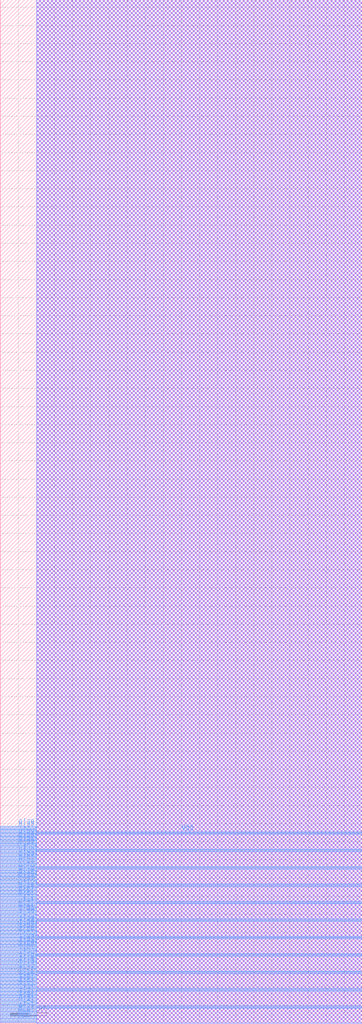
<source format=lef>
VERSION 5.6 ;
BUSBITCHARS "[]" ;
DIVIDERCHAR "/" ;

MACRO SRAM1RW128x40
  CLASS BLOCK ;
  ORIGIN 0 0 ;
  FOREIGN SRAM1RW128x40 0 0 ;
  SIZE 39.968 BY 112.832 ;
  SYMMETRY X Y ;
  SITE asap7sc7p5t ;
  PIN VDD
    DIRECTION INOUT ;
    USE POWER ;
    PORT 
      LAYER M4 ;
        RECT 0.0 1.632 39.968 1.728 ;
        RECT 0.0 3.552 39.968 3.648 ;
        RECT 0.0 5.472 39.968 5.568 ;
        RECT 0.0 7.392 39.968 7.488 ;
        RECT 0.0 9.312 39.968 9.408 ;
        RECT 0.0 11.232 39.968 11.328 ;
        RECT 0.0 13.152 39.968 13.248 ;
        RECT 0.0 15.072 39.968 15.168 ;
        RECT 0.0 16.992 39.968 17.088 ;
        RECT 0.0 18.912 39.968 19.008 ;
        RECT 0.0 20.832 39.968 20.928 ;
    END 
  END VDD
  PIN VSS
    DIRECTION INOUT ;
    USE GROUND ;
    PORT 
      LAYER M4 ;
        RECT 0.0 1.824 39.968 1.92 ;
        RECT 0.0 3.744 39.968 3.84 ;
        RECT 0.0 5.664 39.968 5.76 ;
        RECT 0.0 7.584 39.968 7.68 ;
        RECT 0.0 9.504 39.968 9.6 ;
        RECT 0.0 11.424 39.968 11.52 ;
        RECT 0.0 13.344 39.968 13.44 ;
        RECT 0.0 15.264 39.968 15.36 ;
        RECT 0.0 17.184 39.968 17.28 ;
        RECT 0.0 19.104 39.968 19.2 ;
        RECT 0.0 21.024 39.968 21.12 ;
    END 
  END VSS
  PIN CE
    DIRECTION INPUT ;
    USE SIGNAL ;
    PORT 
      LAYER M4 ;
        RECT 0.0 0.096 4.0 0.192 ;
    END 
  END CE
  PIN WEB
    DIRECTION INPUT ;
    USE SIGNAL ;
    PORT 
      LAYER M4 ;
        RECT 0.0 0.288 4.0 0.384 ;
    END 
  END WEB
  PIN OEB
    DIRECTION INPUT ;
    USE SIGNAL ;
    PORT 
      LAYER M4 ;
        RECT 0.0 0.48 4.0 0.576 ;
    END 
  END OEB
  PIN CSB
    DIRECTION INPUT ;
    USE SIGNAL ;
    PORT 
      LAYER M4 ;
        RECT 0.0 0.672 4.0 0.768 ;
    END 
  END CSB
  PIN A[0]
    DIRECTION INPUT ;
    USE SIGNAL ;
    PORT 
      LAYER M4 ;
        RECT 0.0 0.864 4.0 0.96 ;
    END 
  END A[0]
  PIN A[1]
    DIRECTION INPUT ;
    USE SIGNAL ;
    PORT 
      LAYER M4 ;
        RECT 0.0 1.056 4.0 1.152 ;
    END 
  END A[1]
  PIN A[2]
    DIRECTION INPUT ;
    USE SIGNAL ;
    PORT 
      LAYER M4 ;
        RECT 0.0 1.248 4.0 1.344 ;
    END 
  END A[2]
  PIN A[3]
    DIRECTION INPUT ;
    USE SIGNAL ;
    PORT 
      LAYER M4 ;
        RECT 0.0 1.44 4.0 1.536 ;
    END 
  END A[3]
  PIN A[4]
    DIRECTION INPUT ;
    USE SIGNAL ;
    PORT 
      LAYER M4 ;
        RECT 0.0 2.016 4.0 2.112 ;
    END 
  END A[4]
  PIN A[5]
    DIRECTION INPUT ;
    USE SIGNAL ;
    PORT 
      LAYER M4 ;
        RECT 0.0 2.208 4.0 2.304 ;
    END 
  END A[5]
  PIN A[6]
    DIRECTION INPUT ;
    USE SIGNAL ;
    PORT 
      LAYER M4 ;
        RECT 0.0 2.4 4.0 2.496 ;
    END 
  END A[6]
  PIN I[0]
    DIRECTION INPUT ;
    USE SIGNAL ;
    PORT 
      LAYER M4 ;
        RECT 0.0 2.592 4.0 2.688 ;
    END 
  END I[0]
  PIN I[1]
    DIRECTION INPUT ;
    USE SIGNAL ;
    PORT 
      LAYER M4 ;
        RECT 0.0 2.784 4.0 2.88 ;
    END 
  END I[1]
  PIN I[2]
    DIRECTION INPUT ;
    USE SIGNAL ;
    PORT 
      LAYER M4 ;
        RECT 0.0 2.976 4.0 3.072 ;
    END 
  END I[2]
  PIN I[3]
    DIRECTION INPUT ;
    USE SIGNAL ;
    PORT 
      LAYER M4 ;
        RECT 0.0 3.168 4.0 3.264 ;
    END 
  END I[3]
  PIN I[4]
    DIRECTION INPUT ;
    USE SIGNAL ;
    PORT 
      LAYER M4 ;
        RECT 0.0 3.36 4.0 3.456 ;
    END 
  END I[4]
  PIN I[5]
    DIRECTION INPUT ;
    USE SIGNAL ;
    PORT 
      LAYER M4 ;
        RECT 0.0 3.936 4.0 4.032 ;
    END 
  END I[5]
  PIN I[6]
    DIRECTION INPUT ;
    USE SIGNAL ;
    PORT 
      LAYER M4 ;
        RECT 0.0 4.128 4.0 4.224 ;
    END 
  END I[6]
  PIN I[7]
    DIRECTION INPUT ;
    USE SIGNAL ;
    PORT 
      LAYER M4 ;
        RECT 0.0 4.32 4.0 4.416 ;
    END 
  END I[7]
  PIN I[8]
    DIRECTION INPUT ;
    USE SIGNAL ;
    PORT 
      LAYER M4 ;
        RECT 0.0 4.512 4.0 4.608 ;
    END 
  END I[8]
  PIN I[9]
    DIRECTION INPUT ;
    USE SIGNAL ;
    PORT 
      LAYER M4 ;
        RECT 0.0 4.704 4.0 4.8 ;
    END 
  END I[9]
  PIN I[10]
    DIRECTION INPUT ;
    USE SIGNAL ;
    PORT 
      LAYER M4 ;
        RECT 0.0 4.896 4.0 4.992 ;
    END 
  END I[10]
  PIN I[11]
    DIRECTION INPUT ;
    USE SIGNAL ;
    PORT 
      LAYER M4 ;
        RECT 0.0 5.088 4.0 5.184 ;
    END 
  END I[11]
  PIN I[12]
    DIRECTION INPUT ;
    USE SIGNAL ;
    PORT 
      LAYER M4 ;
        RECT 0.0 5.28 4.0 5.376 ;
    END 
  END I[12]
  PIN I[13]
    DIRECTION INPUT ;
    USE SIGNAL ;
    PORT 
      LAYER M4 ;
        RECT 0.0 5.856 4.0 5.952 ;
    END 
  END I[13]
  PIN I[14]
    DIRECTION INPUT ;
    USE SIGNAL ;
    PORT 
      LAYER M4 ;
        RECT 0.0 6.048 4.0 6.144 ;
    END 
  END I[14]
  PIN I[15]
    DIRECTION INPUT ;
    USE SIGNAL ;
    PORT 
      LAYER M4 ;
        RECT 0.0 6.24 4.0 6.336 ;
    END 
  END I[15]
  PIN I[16]
    DIRECTION INPUT ;
    USE SIGNAL ;
    PORT 
      LAYER M4 ;
        RECT 0.0 6.432 4.0 6.528 ;
    END 
  END I[16]
  PIN I[17]
    DIRECTION INPUT ;
    USE SIGNAL ;
    PORT 
      LAYER M4 ;
        RECT 0.0 6.624 4.0 6.72 ;
    END 
  END I[17]
  PIN I[18]
    DIRECTION INPUT ;
    USE SIGNAL ;
    PORT 
      LAYER M4 ;
        RECT 0.0 6.816 4.0 6.912 ;
    END 
  END I[18]
  PIN I[19]
    DIRECTION INPUT ;
    USE SIGNAL ;
    PORT 
      LAYER M4 ;
        RECT 0.0 7.008 4.0 7.104 ;
    END 
  END I[19]
  PIN I[20]
    DIRECTION INPUT ;
    USE SIGNAL ;
    PORT 
      LAYER M4 ;
        RECT 0.0 7.2 4.0 7.296 ;
    END 
  END I[20]
  PIN I[21]
    DIRECTION INPUT ;
    USE SIGNAL ;
    PORT 
      LAYER M4 ;
        RECT 0.0 7.776 4.0 7.872 ;
    END 
  END I[21]
  PIN I[22]
    DIRECTION INPUT ;
    USE SIGNAL ;
    PORT 
      LAYER M4 ;
        RECT 0.0 7.968 4.0 8.064 ;
    END 
  END I[22]
  PIN I[23]
    DIRECTION INPUT ;
    USE SIGNAL ;
    PORT 
      LAYER M4 ;
        RECT 0.0 8.16 4.0 8.256 ;
    END 
  END I[23]
  PIN I[24]
    DIRECTION INPUT ;
    USE SIGNAL ;
    PORT 
      LAYER M4 ;
        RECT 0.0 8.352 4.0 8.448 ;
    END 
  END I[24]
  PIN I[25]
    DIRECTION INPUT ;
    USE SIGNAL ;
    PORT 
      LAYER M4 ;
        RECT 0.0 8.544 4.0 8.64 ;
    END 
  END I[25]
  PIN I[26]
    DIRECTION INPUT ;
    USE SIGNAL ;
    PORT 
      LAYER M4 ;
        RECT 0.0 8.736 4.0 8.832 ;
    END 
  END I[26]
  PIN I[27]
    DIRECTION INPUT ;
    USE SIGNAL ;
    PORT 
      LAYER M4 ;
        RECT 0.0 8.928 4.0 9.024 ;
    END 
  END I[27]
  PIN I[28]
    DIRECTION INPUT ;
    USE SIGNAL ;
    PORT 
      LAYER M4 ;
        RECT 0.0 9.12 4.0 9.216 ;
    END 
  END I[28]
  PIN I[29]
    DIRECTION INPUT ;
    USE SIGNAL ;
    PORT 
      LAYER M4 ;
        RECT 0.0 9.696 4.0 9.792 ;
    END 
  END I[29]
  PIN I[30]
    DIRECTION INPUT ;
    USE SIGNAL ;
    PORT 
      LAYER M4 ;
        RECT 0.0 9.888 4.0 9.984 ;
    END 
  END I[30]
  PIN I[31]
    DIRECTION INPUT ;
    USE SIGNAL ;
    PORT 
      LAYER M4 ;
        RECT 0.0 10.08 4.0 10.176 ;
    END 
  END I[31]
  PIN I[32]
    DIRECTION INPUT ;
    USE SIGNAL ;
    PORT 
      LAYER M4 ;
        RECT 0.0 10.272 4.0 10.368 ;
    END 
  END I[32]
  PIN I[33]
    DIRECTION INPUT ;
    USE SIGNAL ;
    PORT 
      LAYER M4 ;
        RECT 0.0 10.464 4.0 10.56 ;
    END 
  END I[33]
  PIN I[34]
    DIRECTION INPUT ;
    USE SIGNAL ;
    PORT 
      LAYER M4 ;
        RECT 0.0 10.656 4.0 10.752 ;
    END 
  END I[34]
  PIN I[35]
    DIRECTION INPUT ;
    USE SIGNAL ;
    PORT 
      LAYER M4 ;
        RECT 0.0 10.848 4.0 10.944 ;
    END 
  END I[35]
  PIN I[36]
    DIRECTION INPUT ;
    USE SIGNAL ;
    PORT 
      LAYER M4 ;
        RECT 0.0 11.04 4.0 11.136 ;
    END 
  END I[36]
  PIN I[37]
    DIRECTION INPUT ;
    USE SIGNAL ;
    PORT 
      LAYER M4 ;
        RECT 0.0 11.616 4.0 11.712 ;
    END 
  END I[37]
  PIN I[38]
    DIRECTION INPUT ;
    USE SIGNAL ;
    PORT 
      LAYER M4 ;
        RECT 0.0 11.808 4.0 11.904 ;
    END 
  END I[38]
  PIN I[39]
    DIRECTION INPUT ;
    USE SIGNAL ;
    PORT 
      LAYER M4 ;
        RECT 0.0 12.0 4.0 12.096 ;
    END 
  END I[39]
  PIN O[0]
    DIRECTION OUTPUT ;
    USE SIGNAL ;
    PORT 
      LAYER M4 ;
        RECT 0.0 12.192 4.0 12.288 ;
    END 
  END O[0]
  PIN O[1]
    DIRECTION OUTPUT ;
    USE SIGNAL ;
    PORT 
      LAYER M4 ;
        RECT 0.0 12.384 4.0 12.48 ;
    END 
  END O[1]
  PIN O[2]
    DIRECTION OUTPUT ;
    USE SIGNAL ;
    PORT 
      LAYER M4 ;
        RECT 0.0 12.576 4.0 12.672 ;
    END 
  END O[2]
  PIN O[3]
    DIRECTION OUTPUT ;
    USE SIGNAL ;
    PORT 
      LAYER M4 ;
        RECT 0.0 12.768 4.0 12.864 ;
    END 
  END O[3]
  PIN O[4]
    DIRECTION OUTPUT ;
    USE SIGNAL ;
    PORT 
      LAYER M4 ;
        RECT 0.0 12.96 4.0 13.056 ;
    END 
  END O[4]
  PIN O[5]
    DIRECTION OUTPUT ;
    USE SIGNAL ;
    PORT 
      LAYER M4 ;
        RECT 0.0 13.536 4.0 13.632 ;
    END 
  END O[5]
  PIN O[6]
    DIRECTION OUTPUT ;
    USE SIGNAL ;
    PORT 
      LAYER M4 ;
        RECT 0.0 13.728 4.0 13.824 ;
    END 
  END O[6]
  PIN O[7]
    DIRECTION OUTPUT ;
    USE SIGNAL ;
    PORT 
      LAYER M4 ;
        RECT 0.0 13.92 4.0 14.016 ;
    END 
  END O[7]
  PIN O[8]
    DIRECTION OUTPUT ;
    USE SIGNAL ;
    PORT 
      LAYER M4 ;
        RECT 0.0 14.112 4.0 14.208 ;
    END 
  END O[8]
  PIN O[9]
    DIRECTION OUTPUT ;
    USE SIGNAL ;
    PORT 
      LAYER M4 ;
        RECT 0.0 14.304 4.0 14.4 ;
    END 
  END O[9]
  PIN O[10]
    DIRECTION OUTPUT ;
    USE SIGNAL ;
    PORT 
      LAYER M4 ;
        RECT 0.0 14.496 4.0 14.592 ;
    END 
  END O[10]
  PIN O[11]
    DIRECTION OUTPUT ;
    USE SIGNAL ;
    PORT 
      LAYER M4 ;
        RECT 0.0 14.688 4.0 14.784 ;
    END 
  END O[11]
  PIN O[12]
    DIRECTION OUTPUT ;
    USE SIGNAL ;
    PORT 
      LAYER M4 ;
        RECT 0.0 14.88 4.0 14.976 ;
    END 
  END O[12]
  PIN O[13]
    DIRECTION OUTPUT ;
    USE SIGNAL ;
    PORT 
      LAYER M4 ;
        RECT 0.0 15.456 4.0 15.552 ;
    END 
  END O[13]
  PIN O[14]
    DIRECTION OUTPUT ;
    USE SIGNAL ;
    PORT 
      LAYER M4 ;
        RECT 0.0 15.648 4.0 15.744 ;
    END 
  END O[14]
  PIN O[15]
    DIRECTION OUTPUT ;
    USE SIGNAL ;
    PORT 
      LAYER M4 ;
        RECT 0.0 15.84 4.0 15.936 ;
    END 
  END O[15]
  PIN O[16]
    DIRECTION OUTPUT ;
    USE SIGNAL ;
    PORT 
      LAYER M4 ;
        RECT 0.0 16.032 4.0 16.128 ;
    END 
  END O[16]
  PIN O[17]
    DIRECTION OUTPUT ;
    USE SIGNAL ;
    PORT 
      LAYER M4 ;
        RECT 0.0 16.224 4.0 16.32 ;
    END 
  END O[17]
  PIN O[18]
    DIRECTION OUTPUT ;
    USE SIGNAL ;
    PORT 
      LAYER M4 ;
        RECT 0.0 16.416 4.0 16.512 ;
    END 
  END O[18]
  PIN O[19]
    DIRECTION OUTPUT ;
    USE SIGNAL ;
    PORT 
      LAYER M4 ;
        RECT 0.0 16.608 4.0 16.704 ;
    END 
  END O[19]
  PIN O[20]
    DIRECTION OUTPUT ;
    USE SIGNAL ;
    PORT 
      LAYER M4 ;
        RECT 0.0 16.8 4.0 16.896 ;
    END 
  END O[20]
  PIN O[21]
    DIRECTION OUTPUT ;
    USE SIGNAL ;
    PORT 
      LAYER M4 ;
        RECT 0.0 17.376 4.0 17.472 ;
    END 
  END O[21]
  PIN O[22]
    DIRECTION OUTPUT ;
    USE SIGNAL ;
    PORT 
      LAYER M4 ;
        RECT 0.0 17.568 4.0 17.664 ;
    END 
  END O[22]
  PIN O[23]
    DIRECTION OUTPUT ;
    USE SIGNAL ;
    PORT 
      LAYER M4 ;
        RECT 0.0 17.76 4.0 17.856 ;
    END 
  END O[23]
  PIN O[24]
    DIRECTION OUTPUT ;
    USE SIGNAL ;
    PORT 
      LAYER M4 ;
        RECT 0.0 17.952 4.0 18.048 ;
    END 
  END O[24]
  PIN O[25]
    DIRECTION OUTPUT ;
    USE SIGNAL ;
    PORT 
      LAYER M4 ;
        RECT 0.0 18.144 4.0 18.24 ;
    END 
  END O[25]
  PIN O[26]
    DIRECTION OUTPUT ;
    USE SIGNAL ;
    PORT 
      LAYER M4 ;
        RECT 0.0 18.336 4.0 18.432 ;
    END 
  END O[26]
  PIN O[27]
    DIRECTION OUTPUT ;
    USE SIGNAL ;
    PORT 
      LAYER M4 ;
        RECT 0.0 18.528 4.0 18.624 ;
    END 
  END O[27]
  PIN O[28]
    DIRECTION OUTPUT ;
    USE SIGNAL ;
    PORT 
      LAYER M4 ;
        RECT 0.0 18.72 4.0 18.816 ;
    END 
  END O[28]
  PIN O[29]
    DIRECTION OUTPUT ;
    USE SIGNAL ;
    PORT 
      LAYER M4 ;
        RECT 0.0 19.296 4.0 19.392 ;
    END 
  END O[29]
  PIN O[30]
    DIRECTION OUTPUT ;
    USE SIGNAL ;
    PORT 
      LAYER M4 ;
        RECT 0.0 19.488 4.0 19.584 ;
    END 
  END O[30]
  PIN O[31]
    DIRECTION OUTPUT ;
    USE SIGNAL ;
    PORT 
      LAYER M4 ;
        RECT 0.0 19.68 4.0 19.776 ;
    END 
  END O[31]
  PIN O[32]
    DIRECTION OUTPUT ;
    USE SIGNAL ;
    PORT 
      LAYER M4 ;
        RECT 0.0 19.872 4.0 19.968 ;
    END 
  END O[32]
  PIN O[33]
    DIRECTION OUTPUT ;
    USE SIGNAL ;
    PORT 
      LAYER M4 ;
        RECT 0.0 20.064 4.0 20.16 ;
    END 
  END O[33]
  PIN O[34]
    DIRECTION OUTPUT ;
    USE SIGNAL ;
    PORT 
      LAYER M4 ;
        RECT 0.0 20.256 4.0 20.352 ;
    END 
  END O[34]
  PIN O[35]
    DIRECTION OUTPUT ;
    USE SIGNAL ;
    PORT 
      LAYER M4 ;
        RECT 0.0 20.448 4.0 20.544 ;
    END 
  END O[35]
  PIN O[36]
    DIRECTION OUTPUT ;
    USE SIGNAL ;
    PORT 
      LAYER M4 ;
        RECT 0.0 20.64 4.0 20.736 ;
    END 
  END O[36]
  PIN O[37]
    DIRECTION OUTPUT ;
    USE SIGNAL ;
    PORT 
      LAYER M4 ;
        RECT 0.0 21.216 4.0 21.312 ;
    END 
  END O[37]
  PIN O[38]
    DIRECTION OUTPUT ;
    USE SIGNAL ;
    PORT 
      LAYER M4 ;
        RECT 0.0 21.408 4.0 21.504 ;
    END 
  END O[38]
  PIN O[39]
    DIRECTION OUTPUT ;
    USE SIGNAL ;
    PORT 
      LAYER M4 ;
        RECT 0.0 21.6 4.0 21.696 ;
    END 
  END O[39]
  OBS 
    LAYER M1 ;
      RECT 4.0 0.0 39.968 112.832 ;
    LAYER M2 ;
      RECT 4.0 0.0 39.968 112.832 ;
    LAYER M3 ;
      RECT 4.0 0.0 39.968 112.832 ;
  END 
END SRAM1RW128x40

END LIBRARY
</source>
